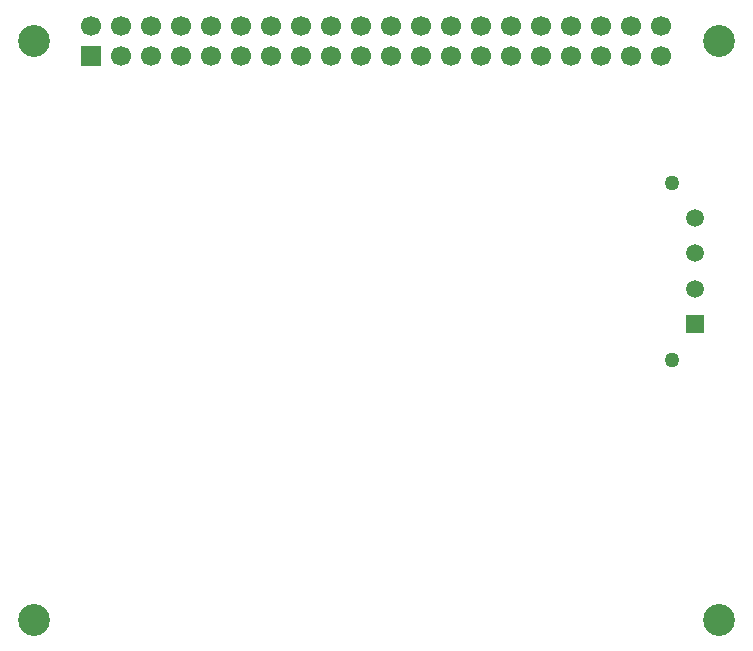
<source format=gbs>
G04 #@! TF.GenerationSoftware,KiCad,Pcbnew,9.0.7*
G04 #@! TF.CreationDate,2026-02-28T23:28:59+02:00*
G04 #@! TF.ProjectId,S-PCBASSY-001-01,532d5043-4241-4535-9359-2d3030312d30,rev?*
G04 #@! TF.SameCoordinates,Original*
G04 #@! TF.FileFunction,Soldermask,Bot*
G04 #@! TF.FilePolarity,Negative*
%FSLAX46Y46*%
G04 Gerber Fmt 4.6, Leading zero omitted, Abs format (unit mm)*
G04 Created by KiCad (PCBNEW 9.0.7) date 2026-02-28 23:28:59*
%MOMM*%
%LPD*%
G01*
G04 APERTURE LIST*
%ADD10C,1.270000*%
%ADD11R,1.520000X1.520000*%
%ADD12C,1.520000*%
%ADD13C,2.700000*%
%ADD14C,1.700000*%
%ADD15R,1.700000X1.700000*%
G04 APERTURE END LIST*
D10*
X157540000Y-59500000D03*
X157540000Y-74500000D03*
D11*
X159500000Y-71500000D03*
D12*
X159500000Y-68500000D03*
X159500000Y-65500000D03*
X159500000Y-62500000D03*
D13*
X161500000Y-47500000D03*
X103500000Y-96500000D03*
X103500000Y-47500000D03*
X161500000Y-96500000D03*
D14*
X156630000Y-46230000D03*
X156630000Y-48770000D03*
X154090000Y-46230000D03*
X154090000Y-48770000D03*
X151550000Y-46230000D03*
X151550000Y-48770000D03*
X149010000Y-46230000D03*
X149010000Y-48770000D03*
X146470000Y-46230000D03*
X146470000Y-48770000D03*
X143930000Y-46230000D03*
X143930000Y-48770000D03*
X141390000Y-46230000D03*
X141390000Y-48770000D03*
X138850000Y-46230000D03*
X138850000Y-48770000D03*
X136310000Y-46230000D03*
X136310000Y-48770000D03*
X133770000Y-46230000D03*
X133770000Y-48770000D03*
X131230000Y-46230000D03*
X131230000Y-48770000D03*
X128690000Y-46230000D03*
X128690000Y-48770000D03*
X126150000Y-46230000D03*
X126150000Y-48770000D03*
X123610000Y-46230000D03*
X123610000Y-48770000D03*
X121070000Y-46230000D03*
X121070000Y-48770000D03*
X118530000Y-46230000D03*
X118530000Y-48770000D03*
X115990000Y-46230000D03*
X115990000Y-48770000D03*
X113450000Y-46230000D03*
X113450000Y-48770000D03*
X110910000Y-46230000D03*
X110910000Y-48770000D03*
X108370000Y-46230000D03*
D15*
X108370000Y-48770000D03*
M02*

</source>
